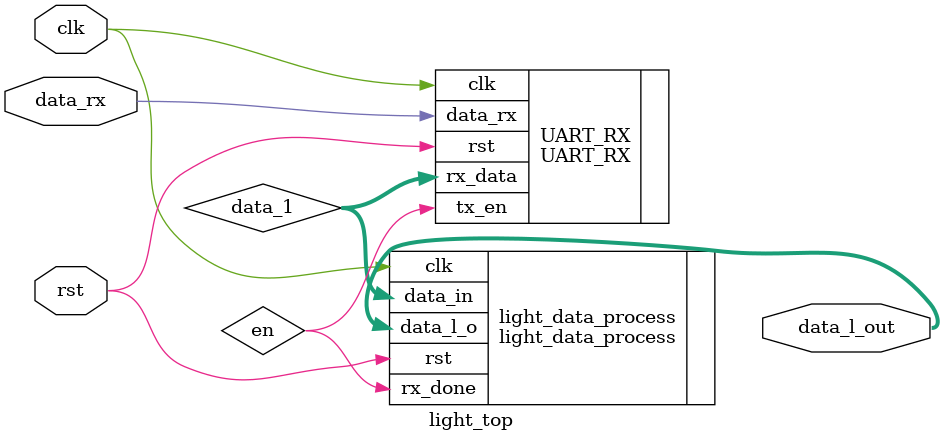
<source format=v>
`timescale 1ns / 1ps
module light_top(
	input clk,
	input rst,
	input data_rx,
	output [23:0] data_l_out
	//output [5:0] seg_select,
	//output [7:0] seg_data_out
   );
	
	wire en;
	wire [7:0] data_1;


	
	UART_RX UART_RX(
	.clk(clk),
	.rst(rst),
	.data_rx(data_rx),
	.tx_en(en),
	.rx_data(data_1)
    );
	
	
	

	
	
	light_data_process light_data_process(
	.clk(clk),
	.rst(rst),
	.data_in(data_1),
	.rx_done(en),
	.data_l_o(data_l_out)
    );
	
endmodule

</source>
